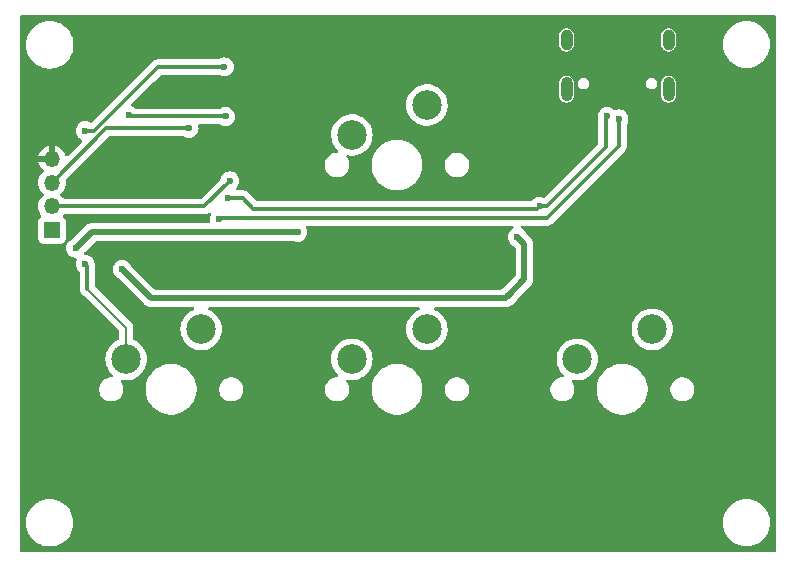
<source format=gbr>
%TF.GenerationSoftware,KiCad,Pcbnew,8.0.4-8.0.4-0~ubuntu20.04.1*%
%TF.CreationDate,2024-10-09T19:36:55+03:00*%
%TF.ProjectId,kbrd,6b627264-2e6b-4696-9361-645f70636258,rev?*%
%TF.SameCoordinates,Original*%
%TF.FileFunction,Copper,L2,Bot*%
%TF.FilePolarity,Positive*%
%FSLAX46Y46*%
G04 Gerber Fmt 4.6, Leading zero omitted, Abs format (unit mm)*
G04 Created by KiCad (PCBNEW 8.0.4-8.0.4-0~ubuntu20.04.1) date 2024-10-09 19:36:55*
%MOMM*%
%LPD*%
G01*
G04 APERTURE LIST*
%TA.AperFunction,ComponentPad*%
%ADD10C,2.500000*%
%TD*%
%TA.AperFunction,ComponentPad*%
%ADD11R,1.350000X1.350000*%
%TD*%
%TA.AperFunction,ComponentPad*%
%ADD12O,1.350000X1.350000*%
%TD*%
%TA.AperFunction,ComponentPad*%
%ADD13O,1.000000X2.100000*%
%TD*%
%TA.AperFunction,ComponentPad*%
%ADD14O,1.000000X1.800000*%
%TD*%
%TA.AperFunction,ViaPad*%
%ADD15C,0.600000*%
%TD*%
%TA.AperFunction,Conductor*%
%ADD16C,0.300000*%
%TD*%
%TA.AperFunction,Conductor*%
%ADD17C,0.200000*%
%TD*%
%TA.AperFunction,Conductor*%
%ADD18C,0.500000*%
%TD*%
G04 APERTURE END LIST*
D10*
%TO.P,SW3,1,A*%
%TO.N,/ROW2*%
X150990000Y-101760000D03*
%TO.P,SW3,2,B*%
%TO.N,Net-(D3-A)*%
X157340000Y-99220000D03*
%TD*%
%TO.P,SW2,1,A*%
%TO.N,/ROW2*%
X131880000Y-101760000D03*
%TO.P,SW2,2,B*%
%TO.N,Net-(D2-A)*%
X138230000Y-99220000D03*
%TD*%
%TO.P,SW1,1,A*%
%TO.N,/ROW1*%
X150990000Y-82760000D03*
%TO.P,SW1,2,B*%
%TO.N,Net-(D1-A)*%
X157340000Y-80220000D03*
%TD*%
%TO.P,SW4,1,A*%
%TO.N,/ROW2*%
X170070000Y-101760000D03*
%TO.P,SW4,2,B*%
%TO.N,Net-(D4-A)*%
X176420000Y-99220000D03*
%TD*%
D11*
%TO.P,J2,1,Pin_1*%
%TO.N,+3.3V*%
X125600000Y-90800000D03*
D12*
%TO.P,J2,2,Pin_2*%
%TO.N,/SWDIO*%
X125600000Y-88800000D03*
%TO.P,J2,3,Pin_3*%
%TO.N,/SWCLK*%
X125600000Y-86800000D03*
%TO.P,J2,4,Pin_4*%
%TO.N,GND*%
X125600000Y-84800000D03*
%TD*%
D13*
%TO.P,J1,S1,SHIELD*%
%TO.N,unconnected-(J1-SHIELD-PadS1)_1*%
X177800000Y-78900000D03*
D14*
%TO.N,unconnected-(J1-SHIELD-PadS1)_2*%
X177800000Y-74720000D03*
D13*
%TO.N,unconnected-(J1-SHIELD-PadS1)*%
X169160000Y-78900000D03*
D14*
%TO.N,unconnected-(J1-SHIELD-PadS1)_3*%
X169160000Y-74720000D03*
%TD*%
D15*
%TO.N,/SWCLK*%
X137200000Y-82200000D03*
%TO.N,/SWDIO*%
X140650000Y-86650000D03*
%TO.N,/ROW2*%
X128400000Y-93700000D03*
%TO.N,/COL2*%
X164200000Y-96400000D03*
X165000000Y-91400000D03*
X131550000Y-94150000D03*
%TO.N,/ROW1*%
X127600000Y-92351471D03*
X146400000Y-91000000D03*
%TO.N,/OSC_IN*%
X140287500Y-81200000D03*
X132100000Y-81100000D03*
%TO.N,/OSC_OUT*%
X140200000Y-77000000D03*
X128400000Y-82400000D03*
%TO.N,/PA11*%
X173600000Y-81400000D03*
X139750000Y-89850000D03*
%TO.N,GND*%
X178475000Y-91200000D03*
X127800000Y-89800000D03*
X140200000Y-92800000D03*
X135400000Y-94000000D03*
X176700000Y-81300000D03*
X169200000Y-81200000D03*
X143400000Y-81000000D03*
X179300000Y-88100000D03*
%TO.N,/PA12*%
X140500000Y-88100000D03*
X172600000Y-81200000D03*
X166875000Y-88800000D03*
%TD*%
D16*
%TO.N,/SWCLK*%
X137200000Y-82200000D02*
X130200000Y-82200000D01*
X130200000Y-82200000D02*
X125600000Y-86800000D01*
%TO.N,/SWDIO*%
X140650000Y-86650000D02*
X138500000Y-88800000D01*
X138500000Y-88800000D02*
X125600000Y-88800000D01*
D17*
%TO.N,/ROW2*%
X131880000Y-99080000D02*
X131880000Y-101760000D01*
D16*
X128600000Y-93900000D02*
X128600000Y-95800000D01*
D17*
X128600000Y-95800000D02*
X131880000Y-99080000D01*
X128400000Y-93700000D02*
X128600000Y-93900000D01*
D18*
%TO.N,/COL2*%
X131550000Y-94150000D02*
X134000000Y-96600000D01*
X165600000Y-95000000D02*
X165600000Y-92000000D01*
D17*
X164000000Y-96600000D02*
X164200000Y-96400000D01*
D18*
X164200000Y-96400000D02*
X165600000Y-95000000D01*
X134000000Y-96600000D02*
X164000000Y-96600000D01*
X165600000Y-92000000D02*
X165000000Y-91400000D01*
%TO.N,/ROW1*%
X127600000Y-92351471D02*
X128951471Y-91000000D01*
X128951471Y-91000000D02*
X146400000Y-91000000D01*
D16*
%TO.N,/OSC_IN*%
X132100000Y-81100000D02*
X132200000Y-81200000D01*
X132200000Y-81200000D02*
X140287500Y-81200000D01*
%TO.N,/OSC_OUT*%
X128400000Y-82400000D02*
X129151470Y-82400000D01*
X129151470Y-82400000D02*
X134551470Y-77000000D01*
X134551470Y-77000000D02*
X140200000Y-77000000D01*
%TO.N,/PA11*%
X167475000Y-89800000D02*
X173600000Y-83675000D01*
X173600000Y-83675000D02*
X173600000Y-81400000D01*
X139750000Y-89850000D02*
X139800000Y-89800000D01*
X139800000Y-89800000D02*
X167475000Y-89800000D01*
D17*
X173600000Y-81400000D02*
X173400000Y-81400000D01*
%TO.N,/PA12*%
X166675000Y-89000000D02*
X166875000Y-88800000D01*
D16*
X172475000Y-83800000D02*
X172475000Y-81325000D01*
X166875000Y-88800000D02*
X167475000Y-88800000D01*
X167475000Y-88800000D02*
X172475000Y-83800000D01*
X141748529Y-88100000D02*
X142648529Y-89000000D01*
X140500000Y-88100000D02*
X141748529Y-88100000D01*
X142648529Y-89000000D02*
X166675000Y-89000000D01*
D17*
X172475000Y-81325000D02*
X172600000Y-81200000D01*
%TD*%
%TA.AperFunction,Conductor*%
%TO.N,GND*%
G36*
X186842539Y-72620185D02*
G01*
X186888294Y-72672989D01*
X186899500Y-72724500D01*
X186899500Y-117975500D01*
X186879815Y-118042539D01*
X186827011Y-118088294D01*
X186775500Y-118099500D01*
X123024500Y-118099500D01*
X122957461Y-118079815D01*
X122911706Y-118027011D01*
X122900500Y-117975500D01*
X122900500Y-115599998D01*
X123394390Y-115599998D01*
X123394390Y-115600001D01*
X123414804Y-115885433D01*
X123475628Y-116165037D01*
X123475630Y-116165043D01*
X123475631Y-116165046D01*
X123574847Y-116431054D01*
X123575635Y-116433166D01*
X123712770Y-116684309D01*
X123712775Y-116684317D01*
X123884254Y-116913387D01*
X123884270Y-116913405D01*
X124086594Y-117115729D01*
X124086612Y-117115745D01*
X124315682Y-117287224D01*
X124315690Y-117287229D01*
X124566833Y-117424364D01*
X124566832Y-117424364D01*
X124566836Y-117424365D01*
X124566839Y-117424367D01*
X124834954Y-117524369D01*
X124834960Y-117524370D01*
X124834962Y-117524371D01*
X125114566Y-117585195D01*
X125114568Y-117585195D01*
X125114572Y-117585196D01*
X125368220Y-117603337D01*
X125399999Y-117605610D01*
X125400000Y-117605610D01*
X125400001Y-117605610D01*
X125428595Y-117603564D01*
X125685428Y-117585196D01*
X125708703Y-117580133D01*
X125965037Y-117524371D01*
X125965037Y-117524370D01*
X125965046Y-117524369D01*
X126233161Y-117424367D01*
X126484315Y-117287226D01*
X126713395Y-117115739D01*
X126915739Y-116913395D01*
X127087226Y-116684315D01*
X127224367Y-116433161D01*
X127324369Y-116165046D01*
X127364081Y-115982492D01*
X127385195Y-115885433D01*
X127385195Y-115885432D01*
X127385196Y-115885428D01*
X127405610Y-115600000D01*
X127405248Y-115594935D01*
X182394390Y-115594935D01*
X182394390Y-115594938D01*
X182414804Y-115880370D01*
X182475628Y-116159974D01*
X182475630Y-116159980D01*
X182475631Y-116159983D01*
X182528485Y-116301690D01*
X182575635Y-116428103D01*
X182712770Y-116679246D01*
X182712775Y-116679254D01*
X182884254Y-116908324D01*
X182884270Y-116908342D01*
X183086594Y-117110666D01*
X183086612Y-117110682D01*
X183315682Y-117282161D01*
X183315690Y-117282166D01*
X183566833Y-117419301D01*
X183566832Y-117419301D01*
X183566836Y-117419302D01*
X183566839Y-117419304D01*
X183834954Y-117519306D01*
X183834960Y-117519307D01*
X183834962Y-117519308D01*
X184114566Y-117580132D01*
X184114568Y-117580132D01*
X184114572Y-117580133D01*
X184368220Y-117598274D01*
X184399999Y-117600547D01*
X184400000Y-117600547D01*
X184400001Y-117600547D01*
X184428595Y-117598501D01*
X184685428Y-117580133D01*
X184965046Y-117519306D01*
X185233161Y-117419304D01*
X185484315Y-117282163D01*
X185713395Y-117110676D01*
X185915739Y-116908332D01*
X186087226Y-116679252D01*
X186224367Y-116428098D01*
X186324369Y-116159983D01*
X186324371Y-116159974D01*
X186385195Y-115880370D01*
X186385195Y-115880369D01*
X186385196Y-115880365D01*
X186405610Y-115594937D01*
X186385196Y-115309509D01*
X186365182Y-115217508D01*
X186324371Y-115029899D01*
X186324370Y-115029897D01*
X186324369Y-115029891D01*
X186224367Y-114761776D01*
X186177847Y-114676582D01*
X186087229Y-114510627D01*
X186087224Y-114510619D01*
X185915745Y-114281549D01*
X185915729Y-114281531D01*
X185713405Y-114079207D01*
X185713387Y-114079191D01*
X185484317Y-113907712D01*
X185484309Y-113907707D01*
X185233166Y-113770572D01*
X185233167Y-113770572D01*
X184978620Y-113675631D01*
X184965046Y-113670568D01*
X184965043Y-113670567D01*
X184965037Y-113670565D01*
X184685433Y-113609741D01*
X184400001Y-113589327D01*
X184399999Y-113589327D01*
X184114566Y-113609741D01*
X183834962Y-113670565D01*
X183566833Y-113770572D01*
X183315690Y-113907707D01*
X183315682Y-113907712D01*
X183086612Y-114079191D01*
X183086594Y-114079207D01*
X182884270Y-114281531D01*
X182884254Y-114281549D01*
X182712775Y-114510619D01*
X182712770Y-114510627D01*
X182575635Y-114761770D01*
X182475628Y-115029899D01*
X182414804Y-115309503D01*
X182394390Y-115594935D01*
X127405248Y-115594935D01*
X127385196Y-115314572D01*
X127384093Y-115309503D01*
X127324371Y-115034962D01*
X127324370Y-115034960D01*
X127324369Y-115034954D01*
X127224367Y-114766839D01*
X127221602Y-114761776D01*
X127087229Y-114515690D01*
X127087224Y-114515682D01*
X126915745Y-114286612D01*
X126915729Y-114286594D01*
X126713405Y-114084270D01*
X126713387Y-114084254D01*
X126484317Y-113912775D01*
X126484309Y-113912770D01*
X126233166Y-113775635D01*
X126233167Y-113775635D01*
X126125915Y-113735632D01*
X125965046Y-113675631D01*
X125965043Y-113675630D01*
X125965037Y-113675628D01*
X125685433Y-113614804D01*
X125400001Y-113594390D01*
X125399999Y-113594390D01*
X125114566Y-113614804D01*
X124834962Y-113675628D01*
X124566833Y-113775635D01*
X124315690Y-113912770D01*
X124315682Y-113912775D01*
X124086612Y-114084254D01*
X124086594Y-114084270D01*
X123884270Y-114286594D01*
X123884254Y-114286612D01*
X123712775Y-114515682D01*
X123712770Y-114515690D01*
X123575635Y-114766833D01*
X123475628Y-115034962D01*
X123414804Y-115314566D01*
X123394390Y-115599998D01*
X122900500Y-115599998D01*
X122900500Y-86799999D01*
X124419464Y-86799999D01*
X124419464Y-86800000D01*
X124439564Y-87016918D01*
X124439564Y-87016920D01*
X124439565Y-87016923D01*
X124478072Y-87152262D01*
X124499184Y-87226462D01*
X124596288Y-87421472D01*
X124727574Y-87595324D01*
X124851572Y-87708363D01*
X124887854Y-87768074D01*
X124886093Y-87837922D01*
X124851572Y-87891637D01*
X124727574Y-88004675D01*
X124596288Y-88178527D01*
X124499184Y-88373537D01*
X124499183Y-88373541D01*
X124443140Y-88570514D01*
X124439564Y-88583081D01*
X124419464Y-88799999D01*
X124419464Y-88800000D01*
X124439564Y-89016918D01*
X124439564Y-89016920D01*
X124439565Y-89016923D01*
X124497398Y-89220184D01*
X124499184Y-89226462D01*
X124570032Y-89368743D01*
X124596288Y-89421472D01*
X124655950Y-89500478D01*
X124677747Y-89529341D01*
X124702439Y-89594702D01*
X124687874Y-89663037D01*
X124653105Y-89703334D01*
X124567452Y-89767455D01*
X124481206Y-89882664D01*
X124481202Y-89882671D01*
X124430908Y-90017517D01*
X124424501Y-90077116D01*
X124424501Y-90077123D01*
X124424500Y-90077135D01*
X124424500Y-91522870D01*
X124424501Y-91522876D01*
X124430908Y-91582483D01*
X124481202Y-91717328D01*
X124481206Y-91717335D01*
X124567452Y-91832544D01*
X124567455Y-91832547D01*
X124682664Y-91918793D01*
X124682671Y-91918797D01*
X124817517Y-91969091D01*
X124817516Y-91969091D01*
X124824444Y-91969835D01*
X124877127Y-91975500D01*
X126322872Y-91975499D01*
X126382483Y-91969091D01*
X126517331Y-91918796D01*
X126632546Y-91832546D01*
X126718796Y-91717331D01*
X126769091Y-91582483D01*
X126775500Y-91522873D01*
X126775499Y-90077128D01*
X126769091Y-90017517D01*
X126718796Y-89882669D01*
X126718795Y-89882668D01*
X126718793Y-89882664D01*
X126632547Y-89767455D01*
X126546894Y-89703334D01*
X126505024Y-89647400D01*
X126500040Y-89577708D01*
X126522249Y-89529345D01*
X126544583Y-89499771D01*
X126600690Y-89458137D01*
X126643535Y-89450500D01*
X138564071Y-89450500D01*
X138648615Y-89433682D01*
X138689744Y-89425501D01*
X138808127Y-89376465D01*
X138819724Y-89368716D01*
X138838329Y-89356284D01*
X138905002Y-89335409D01*
X138972382Y-89353894D01*
X139019072Y-89405873D01*
X139030248Y-89474843D01*
X139024257Y-89500343D01*
X138964632Y-89670742D01*
X138964630Y-89670750D01*
X138944435Y-89849996D01*
X138944435Y-89850003D01*
X138964630Y-90029249D01*
X138964633Y-90029262D01*
X138983978Y-90084545D01*
X138987540Y-90154324D01*
X138952812Y-90214951D01*
X138890818Y-90247179D01*
X138866937Y-90249500D01*
X128877547Y-90249500D01*
X128848713Y-90255234D01*
X128848714Y-90255235D01*
X128732564Y-90278339D01*
X128732560Y-90278340D01*
X128667533Y-90305276D01*
X128595978Y-90334914D01*
X128595969Y-90334919D01*
X128517573Y-90387303D01*
X128473057Y-90417047D01*
X128473053Y-90417050D01*
X127291937Y-91598164D01*
X127255873Y-91620841D01*
X127256750Y-91622662D01*
X127250475Y-91625683D01*
X127097737Y-91721655D01*
X126970184Y-91849208D01*
X126874211Y-92001947D01*
X126814631Y-92172216D01*
X126814630Y-92172221D01*
X126794435Y-92351467D01*
X126794435Y-92351474D01*
X126814630Y-92530720D01*
X126814631Y-92530725D01*
X126874211Y-92700994D01*
X126943502Y-92811269D01*
X126970184Y-92853733D01*
X127097738Y-92981287D01*
X127188080Y-93038053D01*
X127239216Y-93070184D01*
X127250478Y-93077260D01*
X127341020Y-93108942D01*
X127420745Y-93136839D01*
X127420750Y-93136840D01*
X127586710Y-93155539D01*
X127651124Y-93182605D01*
X127690679Y-93240200D01*
X127692817Y-93310037D01*
X127677824Y-93344726D01*
X127674212Y-93350474D01*
X127614631Y-93520745D01*
X127614630Y-93520750D01*
X127594435Y-93699996D01*
X127594435Y-93700003D01*
X127614630Y-93879249D01*
X127614631Y-93879254D01*
X127674211Y-94049523D01*
X127737347Y-94150003D01*
X127770184Y-94202262D01*
X127897738Y-94329816D01*
X127897742Y-94329819D01*
X127902809Y-94333859D01*
X127942952Y-94391046D01*
X127949500Y-94430809D01*
X127949500Y-95864069D01*
X127949500Y-95864071D01*
X127949499Y-95864071D01*
X127974497Y-95989738D01*
X127974499Y-95989744D01*
X128023533Y-96108124D01*
X128023538Y-96108133D01*
X128094723Y-96214668D01*
X128094726Y-96214672D01*
X128185327Y-96305273D01*
X128185331Y-96305276D01*
X128291866Y-96376461D01*
X128291873Y-96376465D01*
X128329444Y-96392027D01*
X128369672Y-96418907D01*
X131243181Y-99292416D01*
X131276666Y-99353739D01*
X131279500Y-99380097D01*
X131279500Y-100028363D01*
X131259815Y-100095402D01*
X131209302Y-100140083D01*
X131002300Y-100239769D01*
X130785520Y-100387567D01*
X130593198Y-100566014D01*
X130429614Y-100771143D01*
X130298432Y-100998356D01*
X130202582Y-101242578D01*
X130202576Y-101242597D01*
X130144197Y-101498374D01*
X130144196Y-101498379D01*
X130124592Y-101759995D01*
X130124592Y-101760004D01*
X130144196Y-102021620D01*
X130144197Y-102021625D01*
X130202576Y-102277402D01*
X130202578Y-102277411D01*
X130202580Y-102277416D01*
X130298432Y-102521643D01*
X130429614Y-102748857D01*
X130533423Y-102879029D01*
X130593198Y-102953985D01*
X130707027Y-103059601D01*
X130742782Y-103119629D01*
X130740407Y-103189458D01*
X130700657Y-103246919D01*
X130636151Y-103273767D01*
X130622686Y-103274500D01*
X130508992Y-103274500D01*
X130310880Y-103313907D01*
X130310872Y-103313909D01*
X130124247Y-103391212D01*
X130124237Y-103391217D01*
X129956281Y-103503441D01*
X129813441Y-103646281D01*
X129701217Y-103814237D01*
X129701212Y-103814247D01*
X129623909Y-104000872D01*
X129623907Y-104000880D01*
X129584500Y-104198992D01*
X129584500Y-104401007D01*
X129623907Y-104599119D01*
X129623909Y-104599127D01*
X129701212Y-104785752D01*
X129701217Y-104785762D01*
X129813441Y-104953718D01*
X129956281Y-105096558D01*
X130124237Y-105208782D01*
X130124241Y-105208784D01*
X130124244Y-105208786D01*
X130310873Y-105286091D01*
X130508992Y-105325499D01*
X130508996Y-105325500D01*
X130508997Y-105325500D01*
X130711004Y-105325500D01*
X130711005Y-105325499D01*
X130909127Y-105286091D01*
X131095756Y-105208786D01*
X131263718Y-105096558D01*
X131406558Y-104953718D01*
X131518786Y-104785756D01*
X131596091Y-104599127D01*
X131635500Y-104401003D01*
X131635500Y-104198997D01*
X131627552Y-104159041D01*
X133539500Y-104159041D01*
X133539500Y-104440958D01*
X133576295Y-104720439D01*
X133649259Y-104992743D01*
X133757135Y-105253179D01*
X133757140Y-105253190D01*
X133898083Y-105497309D01*
X133898088Y-105497317D01*
X134069700Y-105720965D01*
X134069704Y-105720970D01*
X134269029Y-105920295D01*
X134269033Y-105920298D01*
X134269035Y-105920300D01*
X134492683Y-106091912D01*
X134492690Y-106091916D01*
X134736809Y-106232859D01*
X134736814Y-106232861D01*
X134736817Y-106232863D01*
X134997261Y-106340742D01*
X135269558Y-106413704D01*
X135549049Y-106450500D01*
X135549056Y-106450500D01*
X135830944Y-106450500D01*
X135830951Y-106450500D01*
X136110442Y-106413704D01*
X136382739Y-106340742D01*
X136643183Y-106232863D01*
X136887317Y-106091912D01*
X137110965Y-105920300D01*
X137310300Y-105720965D01*
X137481912Y-105497317D01*
X137622863Y-105253183D01*
X137730742Y-104992739D01*
X137803704Y-104720442D01*
X137840500Y-104440951D01*
X137840500Y-104198992D01*
X139744500Y-104198992D01*
X139744500Y-104401007D01*
X139783907Y-104599119D01*
X139783909Y-104599127D01*
X139861212Y-104785752D01*
X139861217Y-104785762D01*
X139973441Y-104953718D01*
X140116281Y-105096558D01*
X140284237Y-105208782D01*
X140284241Y-105208784D01*
X140284244Y-105208786D01*
X140470873Y-105286091D01*
X140668992Y-105325499D01*
X140668996Y-105325500D01*
X140668997Y-105325500D01*
X140871004Y-105325500D01*
X140871005Y-105325499D01*
X141069127Y-105286091D01*
X141255756Y-105208786D01*
X141423718Y-105096558D01*
X141566558Y-104953718D01*
X141678786Y-104785756D01*
X141756091Y-104599127D01*
X141795500Y-104401003D01*
X141795500Y-104198997D01*
X141795499Y-104198992D01*
X148694500Y-104198992D01*
X148694500Y-104401007D01*
X148733907Y-104599119D01*
X148733909Y-104599127D01*
X148811212Y-104785752D01*
X148811217Y-104785762D01*
X148923441Y-104953718D01*
X149066281Y-105096558D01*
X149234237Y-105208782D01*
X149234241Y-105208784D01*
X149234244Y-105208786D01*
X149420873Y-105286091D01*
X149618992Y-105325499D01*
X149618996Y-105325500D01*
X149618997Y-105325500D01*
X149821004Y-105325500D01*
X149821005Y-105325499D01*
X150019127Y-105286091D01*
X150205756Y-105208786D01*
X150373718Y-105096558D01*
X150516558Y-104953718D01*
X150628786Y-104785756D01*
X150706091Y-104599127D01*
X150745500Y-104401003D01*
X150745500Y-104198997D01*
X150737552Y-104159041D01*
X152649500Y-104159041D01*
X152649500Y-104440958D01*
X152686295Y-104720439D01*
X152759259Y-104992743D01*
X152867135Y-105253179D01*
X152867140Y-105253190D01*
X153008083Y-105497309D01*
X153008088Y-105497317D01*
X153179700Y-105720965D01*
X153179704Y-105720970D01*
X153379029Y-105920295D01*
X153379033Y-105920298D01*
X153379035Y-105920300D01*
X153602683Y-106091912D01*
X153602690Y-106091916D01*
X153846809Y-106232859D01*
X153846814Y-106232861D01*
X153846817Y-106232863D01*
X154107261Y-106340742D01*
X154379558Y-106413704D01*
X154659049Y-106450500D01*
X154659056Y-106450500D01*
X154940944Y-106450500D01*
X154940951Y-106450500D01*
X155220442Y-106413704D01*
X155492739Y-106340742D01*
X155753183Y-106232863D01*
X155997317Y-106091912D01*
X156220965Y-105920300D01*
X156420300Y-105720965D01*
X156591912Y-105497317D01*
X156732863Y-105253183D01*
X156840742Y-104992739D01*
X156913704Y-104720442D01*
X156950500Y-104440951D01*
X156950500Y-104198992D01*
X158854500Y-104198992D01*
X158854500Y-104401007D01*
X158893907Y-104599119D01*
X158893909Y-104599127D01*
X158971212Y-104785752D01*
X158971217Y-104785762D01*
X159083441Y-104953718D01*
X159226281Y-105096558D01*
X159394237Y-105208782D01*
X159394241Y-105208784D01*
X159394244Y-105208786D01*
X159580873Y-105286091D01*
X159778992Y-105325499D01*
X159778996Y-105325500D01*
X159778997Y-105325500D01*
X159981004Y-105325500D01*
X159981005Y-105325499D01*
X160179127Y-105286091D01*
X160365756Y-105208786D01*
X160533718Y-105096558D01*
X160676558Y-104953718D01*
X160788786Y-104785756D01*
X160866091Y-104599127D01*
X160905500Y-104401003D01*
X160905500Y-104198997D01*
X160905499Y-104198992D01*
X167774500Y-104198992D01*
X167774500Y-104401007D01*
X167813907Y-104599119D01*
X167813909Y-104599127D01*
X167891212Y-104785752D01*
X167891217Y-104785762D01*
X168003441Y-104953718D01*
X168146281Y-105096558D01*
X168314237Y-105208782D01*
X168314241Y-105208784D01*
X168314244Y-105208786D01*
X168500873Y-105286091D01*
X168698992Y-105325499D01*
X168698996Y-105325500D01*
X168698997Y-105325500D01*
X168901004Y-105325500D01*
X168901005Y-105325499D01*
X169099127Y-105286091D01*
X169285756Y-105208786D01*
X169453718Y-105096558D01*
X169596558Y-104953718D01*
X169708786Y-104785756D01*
X169786091Y-104599127D01*
X169825500Y-104401003D01*
X169825500Y-104198997D01*
X169817552Y-104159041D01*
X171729500Y-104159041D01*
X171729500Y-104440958D01*
X171766295Y-104720439D01*
X171839259Y-104992743D01*
X171947135Y-105253179D01*
X171947140Y-105253190D01*
X172088083Y-105497309D01*
X172088088Y-105497317D01*
X172259700Y-105720965D01*
X172259704Y-105720970D01*
X172459029Y-105920295D01*
X172459033Y-105920298D01*
X172459035Y-105920300D01*
X172682683Y-106091912D01*
X172682690Y-106091916D01*
X172926809Y-106232859D01*
X172926814Y-106232861D01*
X172926817Y-106232863D01*
X173187261Y-106340742D01*
X173459558Y-106413704D01*
X173739049Y-106450500D01*
X173739056Y-106450500D01*
X174020944Y-106450500D01*
X174020951Y-106450500D01*
X174300442Y-106413704D01*
X174572739Y-106340742D01*
X174833183Y-106232863D01*
X175077317Y-106091912D01*
X175300965Y-105920300D01*
X175500300Y-105720965D01*
X175671912Y-105497317D01*
X175812863Y-105253183D01*
X175920742Y-104992739D01*
X175993704Y-104720442D01*
X176030500Y-104440951D01*
X176030500Y-104198992D01*
X177934500Y-104198992D01*
X177934500Y-104401007D01*
X177973907Y-104599119D01*
X177973909Y-104599127D01*
X178051212Y-104785752D01*
X178051217Y-104785762D01*
X178163441Y-104953718D01*
X178306281Y-105096558D01*
X178474237Y-105208782D01*
X178474241Y-105208784D01*
X178474244Y-105208786D01*
X178660873Y-105286091D01*
X178858992Y-105325499D01*
X178858996Y-105325500D01*
X178858997Y-105325500D01*
X179061004Y-105325500D01*
X179061005Y-105325499D01*
X179259127Y-105286091D01*
X179445756Y-105208786D01*
X179613718Y-105096558D01*
X179756558Y-104953718D01*
X179868786Y-104785756D01*
X179946091Y-104599127D01*
X179985500Y-104401003D01*
X179985500Y-104198997D01*
X179946091Y-104000873D01*
X179868786Y-103814244D01*
X179868784Y-103814241D01*
X179868782Y-103814237D01*
X179756558Y-103646281D01*
X179613718Y-103503441D01*
X179445762Y-103391217D01*
X179445752Y-103391212D01*
X179259127Y-103313909D01*
X179259119Y-103313907D01*
X179061007Y-103274500D01*
X179061003Y-103274500D01*
X178858997Y-103274500D01*
X178858992Y-103274500D01*
X178660880Y-103313907D01*
X178660872Y-103313909D01*
X178474247Y-103391212D01*
X178474237Y-103391217D01*
X178306281Y-103503441D01*
X178163441Y-103646281D01*
X178051217Y-103814237D01*
X178051212Y-103814247D01*
X177973909Y-104000872D01*
X177973907Y-104000880D01*
X177934500Y-104198992D01*
X176030500Y-104198992D01*
X176030500Y-104159049D01*
X175993704Y-103879558D01*
X175920742Y-103607261D01*
X175919631Y-103604580D01*
X175877739Y-103503442D01*
X175812863Y-103346817D01*
X175812861Y-103346814D01*
X175812859Y-103346809D01*
X175671916Y-103102690D01*
X175671912Y-103102683D01*
X175500300Y-102879035D01*
X175500298Y-102879033D01*
X175500295Y-102879029D01*
X175300970Y-102679704D01*
X175300965Y-102679700D01*
X175077317Y-102508088D01*
X175077311Y-102508084D01*
X175077309Y-102508083D01*
X174833190Y-102367140D01*
X174833179Y-102367135D01*
X174572743Y-102259259D01*
X174300439Y-102186295D01*
X174020958Y-102149500D01*
X174020951Y-102149500D01*
X173739049Y-102149500D01*
X173739041Y-102149500D01*
X173459560Y-102186295D01*
X173187256Y-102259259D01*
X172926820Y-102367135D01*
X172926809Y-102367140D01*
X172682690Y-102508083D01*
X172682682Y-102508089D01*
X172459029Y-102679704D01*
X172259704Y-102879029D01*
X172088089Y-103102682D01*
X172088083Y-103102690D01*
X171947140Y-103346809D01*
X171947135Y-103346820D01*
X171839259Y-103607256D01*
X171766295Y-103879560D01*
X171729500Y-104159041D01*
X169817552Y-104159041D01*
X169786091Y-104000873D01*
X169708786Y-103814244D01*
X169708783Y-103814239D01*
X169708779Y-103814232D01*
X169613247Y-103671257D01*
X169592369Y-103604580D01*
X169610854Y-103537200D01*
X169662833Y-103490510D01*
X169731803Y-103479334D01*
X169734717Y-103479736D01*
X169938818Y-103510500D01*
X170201182Y-103510500D01*
X170460615Y-103471396D01*
X170711323Y-103394063D01*
X170947704Y-103280228D01*
X171164479Y-103132433D01*
X171356805Y-102953981D01*
X171520386Y-102748857D01*
X171651568Y-102521643D01*
X171747420Y-102277416D01*
X171805802Y-102021630D01*
X171825408Y-101760000D01*
X171805802Y-101498370D01*
X171747420Y-101242584D01*
X171651568Y-100998357D01*
X171520386Y-100771143D01*
X171356805Y-100566019D01*
X171356804Y-100566018D01*
X171356801Y-100566014D01*
X171164479Y-100387567D01*
X170947704Y-100239772D01*
X170947698Y-100239769D01*
X170947697Y-100239768D01*
X170947696Y-100239767D01*
X170711325Y-100125938D01*
X170711327Y-100125938D01*
X170460623Y-100048606D01*
X170460619Y-100048605D01*
X170460615Y-100048604D01*
X170335823Y-100029794D01*
X170201187Y-100009500D01*
X170201182Y-100009500D01*
X169938818Y-100009500D01*
X169938812Y-100009500D01*
X169777247Y-100033853D01*
X169679385Y-100048604D01*
X169679382Y-100048605D01*
X169679376Y-100048606D01*
X169428673Y-100125938D01*
X169192303Y-100239767D01*
X169192302Y-100239768D01*
X168975520Y-100387567D01*
X168783198Y-100566014D01*
X168619614Y-100771143D01*
X168488432Y-100998356D01*
X168392582Y-101242578D01*
X168392576Y-101242597D01*
X168334197Y-101498374D01*
X168334196Y-101498379D01*
X168314592Y-101759995D01*
X168314592Y-101760004D01*
X168334196Y-102021620D01*
X168334197Y-102021625D01*
X168392576Y-102277402D01*
X168392578Y-102277411D01*
X168392580Y-102277416D01*
X168488432Y-102521643D01*
X168619614Y-102748857D01*
X168723423Y-102879029D01*
X168783198Y-102953985D01*
X168897027Y-103059601D01*
X168932782Y-103119629D01*
X168930407Y-103189458D01*
X168890657Y-103246919D01*
X168826151Y-103273767D01*
X168812686Y-103274500D01*
X168698992Y-103274500D01*
X168500880Y-103313907D01*
X168500872Y-103313909D01*
X168314247Y-103391212D01*
X168314237Y-103391217D01*
X168146281Y-103503441D01*
X168003441Y-103646281D01*
X167891217Y-103814237D01*
X167891212Y-103814247D01*
X167813909Y-104000872D01*
X167813907Y-104000880D01*
X167774500Y-104198992D01*
X160905499Y-104198992D01*
X160866091Y-104000873D01*
X160788786Y-103814244D01*
X160788784Y-103814241D01*
X160788782Y-103814237D01*
X160676558Y-103646281D01*
X160533718Y-103503441D01*
X160365762Y-103391217D01*
X160365752Y-103391212D01*
X160179127Y-103313909D01*
X160179119Y-103313907D01*
X159981007Y-103274500D01*
X159981003Y-103274500D01*
X159778997Y-103274500D01*
X159778992Y-103274500D01*
X159580880Y-103313907D01*
X159580872Y-103313909D01*
X159394247Y-103391212D01*
X159394237Y-103391217D01*
X159226281Y-103503441D01*
X159083441Y-103646281D01*
X158971217Y-103814237D01*
X158971212Y-103814247D01*
X158893909Y-104000872D01*
X158893907Y-104000880D01*
X158854500Y-104198992D01*
X156950500Y-104198992D01*
X156950500Y-104159049D01*
X156913704Y-103879558D01*
X156840742Y-103607261D01*
X156839631Y-103604580D01*
X156797739Y-103503442D01*
X156732863Y-103346817D01*
X156732861Y-103346814D01*
X156732859Y-103346809D01*
X156591916Y-103102690D01*
X156591912Y-103102683D01*
X156420300Y-102879035D01*
X156420298Y-102879033D01*
X156420295Y-102879029D01*
X156220970Y-102679704D01*
X156220965Y-102679700D01*
X155997317Y-102508088D01*
X155997311Y-102508084D01*
X155997309Y-102508083D01*
X155753190Y-102367140D01*
X155753179Y-102367135D01*
X155492743Y-102259259D01*
X155220439Y-102186295D01*
X154940958Y-102149500D01*
X154940951Y-102149500D01*
X154659049Y-102149500D01*
X154659041Y-102149500D01*
X154379560Y-102186295D01*
X154107256Y-102259259D01*
X153846820Y-102367135D01*
X153846809Y-102367140D01*
X153602690Y-102508083D01*
X153602682Y-102508089D01*
X153379029Y-102679704D01*
X153179704Y-102879029D01*
X153008089Y-103102682D01*
X153008083Y-103102690D01*
X152867140Y-103346809D01*
X152867135Y-103346820D01*
X152759259Y-103607256D01*
X152686295Y-103879560D01*
X152649500Y-104159041D01*
X150737552Y-104159041D01*
X150706091Y-104000873D01*
X150628786Y-103814244D01*
X150628783Y-103814239D01*
X150628779Y-103814232D01*
X150533247Y-103671257D01*
X150512369Y-103604580D01*
X150530854Y-103537200D01*
X150582833Y-103490510D01*
X150651803Y-103479334D01*
X150654717Y-103479736D01*
X150858818Y-103510500D01*
X151121182Y-103510500D01*
X151380615Y-103471396D01*
X151631323Y-103394063D01*
X151867704Y-103280228D01*
X152084479Y-103132433D01*
X152276805Y-102953981D01*
X152440386Y-102748857D01*
X152571568Y-102521643D01*
X152667420Y-102277416D01*
X152725802Y-102021630D01*
X152745408Y-101760000D01*
X152725802Y-101498370D01*
X152667420Y-101242584D01*
X152571568Y-100998357D01*
X152440386Y-100771143D01*
X152276805Y-100566019D01*
X152276804Y-100566018D01*
X152276801Y-100566014D01*
X152084479Y-100387567D01*
X151867704Y-100239772D01*
X151867698Y-100239769D01*
X151867697Y-100239768D01*
X151867696Y-100239767D01*
X151631325Y-100125938D01*
X151631327Y-100125938D01*
X151380623Y-100048606D01*
X151380619Y-100048605D01*
X151380615Y-100048604D01*
X151255823Y-100029794D01*
X151121187Y-100009500D01*
X151121182Y-100009500D01*
X150858818Y-100009500D01*
X150858812Y-100009500D01*
X150697247Y-100033853D01*
X150599385Y-100048604D01*
X150599382Y-100048605D01*
X150599376Y-100048606D01*
X150348673Y-100125938D01*
X150112303Y-100239767D01*
X150112302Y-100239768D01*
X149895520Y-100387567D01*
X149703198Y-100566014D01*
X149539614Y-100771143D01*
X149408432Y-100998356D01*
X149312582Y-101242578D01*
X149312576Y-101242597D01*
X149254197Y-101498374D01*
X149254196Y-101498379D01*
X149234592Y-101759995D01*
X149234592Y-101760004D01*
X149254196Y-102021620D01*
X149254197Y-102021625D01*
X149312576Y-102277402D01*
X149312578Y-102277411D01*
X149312580Y-102277416D01*
X149408432Y-102521643D01*
X149539614Y-102748857D01*
X149643423Y-102879029D01*
X149703198Y-102953985D01*
X149817027Y-103059601D01*
X149852782Y-103119629D01*
X149850407Y-103189458D01*
X149810657Y-103246919D01*
X149746151Y-103273767D01*
X149732686Y-103274500D01*
X149618992Y-103274500D01*
X149420880Y-103313907D01*
X149420872Y-103313909D01*
X149234247Y-103391212D01*
X149234237Y-103391217D01*
X149066281Y-103503441D01*
X148923441Y-103646281D01*
X148811217Y-103814237D01*
X148811212Y-103814247D01*
X148733909Y-104000872D01*
X148733907Y-104000880D01*
X148694500Y-104198992D01*
X141795499Y-104198992D01*
X141756091Y-104000873D01*
X141678786Y-103814244D01*
X141678784Y-103814241D01*
X141678782Y-103814237D01*
X141566558Y-103646281D01*
X141423718Y-103503441D01*
X141255762Y-103391217D01*
X141255752Y-103391212D01*
X141069127Y-103313909D01*
X141069119Y-103313907D01*
X140871007Y-103274500D01*
X140871003Y-103274500D01*
X140668997Y-103274500D01*
X140668992Y-103274500D01*
X140470880Y-103313907D01*
X140470872Y-103313909D01*
X140284247Y-103391212D01*
X140284237Y-103391217D01*
X140116281Y-103503441D01*
X139973441Y-103646281D01*
X139861217Y-103814237D01*
X139861212Y-103814247D01*
X139783909Y-104000872D01*
X139783907Y-104000880D01*
X139744500Y-104198992D01*
X137840500Y-104198992D01*
X137840500Y-104159049D01*
X137803704Y-103879558D01*
X137730742Y-103607261D01*
X137729631Y-103604580D01*
X137687739Y-103503442D01*
X137622863Y-103346817D01*
X137622861Y-103346814D01*
X137622859Y-103346809D01*
X137481916Y-103102690D01*
X137481912Y-103102683D01*
X137310300Y-102879035D01*
X137310298Y-102879033D01*
X137310295Y-102879029D01*
X137110970Y-102679704D01*
X137110965Y-102679700D01*
X136887317Y-102508088D01*
X136887311Y-102508084D01*
X136887309Y-102508083D01*
X136643190Y-102367140D01*
X136643179Y-102367135D01*
X136382743Y-102259259D01*
X136110439Y-102186295D01*
X135830958Y-102149500D01*
X135830951Y-102149500D01*
X135549049Y-102149500D01*
X135549041Y-102149500D01*
X135269560Y-102186295D01*
X134997256Y-102259259D01*
X134736820Y-102367135D01*
X134736809Y-102367140D01*
X134492690Y-102508083D01*
X134492682Y-102508089D01*
X134269029Y-102679704D01*
X134069704Y-102879029D01*
X133898089Y-103102682D01*
X133898083Y-103102690D01*
X133757140Y-103346809D01*
X133757135Y-103346820D01*
X133649259Y-103607256D01*
X133576295Y-103879560D01*
X133539500Y-104159041D01*
X131627552Y-104159041D01*
X131596091Y-104000873D01*
X131518786Y-103814244D01*
X131518783Y-103814239D01*
X131518779Y-103814232D01*
X131423247Y-103671257D01*
X131402369Y-103604580D01*
X131420854Y-103537200D01*
X131472833Y-103490510D01*
X131541803Y-103479334D01*
X131544717Y-103479736D01*
X131748818Y-103510500D01*
X132011182Y-103510500D01*
X132270615Y-103471396D01*
X132521323Y-103394063D01*
X132757704Y-103280228D01*
X132974479Y-103132433D01*
X133166805Y-102953981D01*
X133330386Y-102748857D01*
X133461568Y-102521643D01*
X133557420Y-102277416D01*
X133615802Y-102021630D01*
X133635408Y-101760000D01*
X133615802Y-101498370D01*
X133557420Y-101242584D01*
X133461568Y-100998357D01*
X133330386Y-100771143D01*
X133166805Y-100566019D01*
X133166804Y-100566018D01*
X133166801Y-100566014D01*
X132974479Y-100387567D01*
X132757704Y-100239772D01*
X132757701Y-100239771D01*
X132757699Y-100239769D01*
X132550698Y-100140083D01*
X132498839Y-100093261D01*
X132480500Y-100028363D01*
X132480500Y-99000945D01*
X132480500Y-99000943D01*
X132439577Y-98848216D01*
X132439573Y-98848209D01*
X132360524Y-98711290D01*
X132360521Y-98711286D01*
X132360520Y-98711284D01*
X132248716Y-98599480D01*
X132248715Y-98599479D01*
X132244385Y-98595149D01*
X132244374Y-98595139D01*
X129286819Y-95637584D01*
X129253334Y-95576261D01*
X129250500Y-95549903D01*
X129250500Y-93835928D01*
X129225502Y-93710261D01*
X129225501Y-93710260D01*
X129225501Y-93710256D01*
X129206399Y-93664140D01*
X129197743Y-93630586D01*
X129185368Y-93520745D01*
X129125789Y-93350478D01*
X129125786Y-93350474D01*
X129086582Y-93288080D01*
X129029816Y-93197738D01*
X128902262Y-93070184D01*
X128749523Y-92974211D01*
X128579254Y-92914631D01*
X128579250Y-92914630D01*
X128413287Y-92895931D01*
X128348873Y-92868864D01*
X128309318Y-92811269D01*
X128307181Y-92741432D01*
X128322178Y-92706739D01*
X128325789Y-92700993D01*
X128325791Y-92700988D01*
X128328810Y-92694719D01*
X128330650Y-92695605D01*
X128353305Y-92659532D01*
X129226019Y-91786819D01*
X129287342Y-91753334D01*
X129313700Y-91750500D01*
X146100028Y-91750500D01*
X146140983Y-91757458D01*
X146220745Y-91785368D01*
X146220750Y-91785369D01*
X146399996Y-91805565D01*
X146400000Y-91805565D01*
X146400004Y-91805565D01*
X146579249Y-91785369D01*
X146579252Y-91785368D01*
X146579255Y-91785368D01*
X146749522Y-91725789D01*
X146902262Y-91629816D01*
X147029816Y-91502262D01*
X147125789Y-91349522D01*
X147185368Y-91179255D01*
X147205565Y-91000000D01*
X147185368Y-90820745D01*
X147125789Y-90650478D01*
X147125788Y-90650475D01*
X147119503Y-90640473D01*
X147100502Y-90573236D01*
X147120869Y-90506401D01*
X147174137Y-90461186D01*
X147224496Y-90450500D01*
X164576098Y-90450500D01*
X164643137Y-90470185D01*
X164688892Y-90522989D01*
X164698836Y-90592147D01*
X164669811Y-90655703D01*
X164642070Y-90679494D01*
X164497737Y-90770184D01*
X164370184Y-90897737D01*
X164274211Y-91050476D01*
X164214631Y-91220745D01*
X164214630Y-91220750D01*
X164194435Y-91399996D01*
X164194435Y-91400003D01*
X164214630Y-91579249D01*
X164214631Y-91579254D01*
X164274211Y-91749523D01*
X164370184Y-91902262D01*
X164497738Y-92029816D01*
X164650478Y-92125789D01*
X164650483Y-92125792D01*
X164656753Y-92128812D01*
X164655870Y-92130643D01*
X164691937Y-92153305D01*
X164813182Y-92274549D01*
X164846666Y-92335870D01*
X164849500Y-92362229D01*
X164849500Y-94637769D01*
X164829815Y-94704808D01*
X164813181Y-94725450D01*
X163891937Y-95646693D01*
X163855876Y-95669362D01*
X163856756Y-95671188D01*
X163850478Y-95674211D01*
X163697737Y-95770184D01*
X163654741Y-95813181D01*
X163593418Y-95846666D01*
X163567060Y-95849500D01*
X134362229Y-95849500D01*
X134295190Y-95829815D01*
X134274548Y-95813181D01*
X133337156Y-94875789D01*
X132303305Y-93841937D01*
X132280656Y-93805864D01*
X132278812Y-93806753D01*
X132275792Y-93800483D01*
X132219102Y-93710261D01*
X132179816Y-93647738D01*
X132052262Y-93520184D01*
X131899523Y-93424211D01*
X131729254Y-93364631D01*
X131729249Y-93364630D01*
X131550004Y-93344435D01*
X131549996Y-93344435D01*
X131370750Y-93364630D01*
X131370745Y-93364631D01*
X131200476Y-93424211D01*
X131047737Y-93520184D01*
X130920184Y-93647737D01*
X130824211Y-93800476D01*
X130764631Y-93970745D01*
X130764630Y-93970750D01*
X130744435Y-94149996D01*
X130744435Y-94150003D01*
X130764630Y-94329249D01*
X130764631Y-94329254D01*
X130824211Y-94499523D01*
X130911077Y-94637769D01*
X130920184Y-94652262D01*
X131047738Y-94779816D01*
X131200478Y-94875789D01*
X131200483Y-94875792D01*
X131206753Y-94878812D01*
X131205864Y-94880656D01*
X131241937Y-94903305D01*
X133417049Y-97078416D01*
X133471927Y-97133294D01*
X133521585Y-97182952D01*
X133644498Y-97265080D01*
X133644511Y-97265087D01*
X133781082Y-97321656D01*
X133781087Y-97321658D01*
X133781091Y-97321658D01*
X133781092Y-97321659D01*
X133926079Y-97350500D01*
X137534288Y-97350500D01*
X137601327Y-97370185D01*
X137647082Y-97422989D01*
X137657026Y-97492147D01*
X137628001Y-97555703D01*
X137588089Y-97586220D01*
X137352303Y-97699767D01*
X137352302Y-97699768D01*
X137135520Y-97847567D01*
X136943198Y-98026014D01*
X136779614Y-98231143D01*
X136648432Y-98458356D01*
X136552582Y-98702578D01*
X136552576Y-98702597D01*
X136494197Y-98958374D01*
X136494196Y-98958379D01*
X136474592Y-99219995D01*
X136474592Y-99220004D01*
X136494196Y-99481620D01*
X136494197Y-99481625D01*
X136552576Y-99737402D01*
X136552578Y-99737411D01*
X136552580Y-99737416D01*
X136648432Y-99981643D01*
X136779614Y-100208857D01*
X136911736Y-100374533D01*
X136943198Y-100413985D01*
X137107048Y-100566014D01*
X137135521Y-100592433D01*
X137352296Y-100740228D01*
X137352301Y-100740230D01*
X137352302Y-100740231D01*
X137352303Y-100740232D01*
X137477843Y-100800688D01*
X137588673Y-100854061D01*
X137588674Y-100854061D01*
X137588677Y-100854063D01*
X137839385Y-100931396D01*
X138098818Y-100970500D01*
X138361182Y-100970500D01*
X138620615Y-100931396D01*
X138871323Y-100854063D01*
X139107704Y-100740228D01*
X139324479Y-100592433D01*
X139516805Y-100413981D01*
X139680386Y-100208857D01*
X139811568Y-99981643D01*
X139907420Y-99737416D01*
X139965802Y-99481630D01*
X139977260Y-99328735D01*
X139985408Y-99220004D01*
X139985408Y-99219995D01*
X139965803Y-98958379D01*
X139965802Y-98958374D01*
X139965802Y-98958370D01*
X139907420Y-98702584D01*
X139811568Y-98458357D01*
X139680386Y-98231143D01*
X139516805Y-98026019D01*
X139516804Y-98026018D01*
X139516801Y-98026014D01*
X139324479Y-97847567D01*
X139107704Y-97699772D01*
X139107700Y-97699770D01*
X139107697Y-97699768D01*
X139107696Y-97699767D01*
X138871911Y-97586220D01*
X138820051Y-97539398D01*
X138801738Y-97471971D01*
X138822786Y-97405347D01*
X138876512Y-97360678D01*
X138925712Y-97350500D01*
X156644288Y-97350500D01*
X156711327Y-97370185D01*
X156757082Y-97422989D01*
X156767026Y-97492147D01*
X156738001Y-97555703D01*
X156698089Y-97586220D01*
X156462303Y-97699767D01*
X156462302Y-97699768D01*
X156245520Y-97847567D01*
X156053198Y-98026014D01*
X155889614Y-98231143D01*
X155758432Y-98458356D01*
X155662582Y-98702578D01*
X155662576Y-98702597D01*
X155604197Y-98958374D01*
X155604196Y-98958379D01*
X155584592Y-99219995D01*
X155584592Y-99220004D01*
X155604196Y-99481620D01*
X155604197Y-99481625D01*
X155662576Y-99737402D01*
X155662578Y-99737411D01*
X155662580Y-99737416D01*
X155758432Y-99981643D01*
X155889614Y-100208857D01*
X156021736Y-100374533D01*
X156053198Y-100413985D01*
X156217048Y-100566014D01*
X156245521Y-100592433D01*
X156462296Y-100740228D01*
X156462301Y-100740230D01*
X156462302Y-100740231D01*
X156462303Y-100740232D01*
X156587843Y-100800688D01*
X156698673Y-100854061D01*
X156698674Y-100854061D01*
X156698677Y-100854063D01*
X156949385Y-100931396D01*
X157208818Y-100970500D01*
X157471182Y-100970500D01*
X157730615Y-100931396D01*
X157981323Y-100854063D01*
X158217704Y-100740228D01*
X158434479Y-100592433D01*
X158626805Y-100413981D01*
X158790386Y-100208857D01*
X158921568Y-99981643D01*
X159017420Y-99737416D01*
X159075802Y-99481630D01*
X159087260Y-99328735D01*
X159095408Y-99220004D01*
X159095408Y-99219995D01*
X174664592Y-99219995D01*
X174664592Y-99220004D01*
X174684196Y-99481620D01*
X174684197Y-99481625D01*
X174742576Y-99737402D01*
X174742578Y-99737411D01*
X174742580Y-99737416D01*
X174838432Y-99981643D01*
X174969614Y-100208857D01*
X175101736Y-100374533D01*
X175133198Y-100413985D01*
X175297048Y-100566014D01*
X175325521Y-100592433D01*
X175542296Y-100740228D01*
X175542301Y-100740230D01*
X175542302Y-100740231D01*
X175542303Y-100740232D01*
X175667843Y-100800688D01*
X175778673Y-100854061D01*
X175778674Y-100854061D01*
X175778677Y-100854063D01*
X176029385Y-100931396D01*
X176288818Y-100970500D01*
X176551182Y-100970500D01*
X176810615Y-100931396D01*
X177061323Y-100854063D01*
X177297704Y-100740228D01*
X177514479Y-100592433D01*
X177706805Y-100413981D01*
X177870386Y-100208857D01*
X178001568Y-99981643D01*
X178097420Y-99737416D01*
X178155802Y-99481630D01*
X178167260Y-99328735D01*
X178175408Y-99220004D01*
X178175408Y-99219995D01*
X178155803Y-98958379D01*
X178155802Y-98958374D01*
X178155802Y-98958370D01*
X178097420Y-98702584D01*
X178001568Y-98458357D01*
X177870386Y-98231143D01*
X177706805Y-98026019D01*
X177706804Y-98026018D01*
X177706801Y-98026014D01*
X177514479Y-97847567D01*
X177297704Y-97699772D01*
X177297700Y-97699770D01*
X177297697Y-97699768D01*
X177297696Y-97699767D01*
X177061325Y-97585938D01*
X177061327Y-97585938D01*
X176810623Y-97508606D01*
X176810619Y-97508605D01*
X176810615Y-97508604D01*
X176685823Y-97489794D01*
X176551187Y-97469500D01*
X176551182Y-97469500D01*
X176288818Y-97469500D01*
X176288812Y-97469500D01*
X176127247Y-97493853D01*
X176029385Y-97508604D01*
X176029382Y-97508605D01*
X176029376Y-97508606D01*
X175778673Y-97585938D01*
X175542303Y-97699767D01*
X175542302Y-97699768D01*
X175325520Y-97847567D01*
X175133198Y-98026014D01*
X174969614Y-98231143D01*
X174838432Y-98458356D01*
X174742582Y-98702578D01*
X174742576Y-98702597D01*
X174684197Y-98958374D01*
X174684196Y-98958379D01*
X174664592Y-99219995D01*
X159095408Y-99219995D01*
X159075803Y-98958379D01*
X159075802Y-98958374D01*
X159075802Y-98958370D01*
X159017420Y-98702584D01*
X158921568Y-98458357D01*
X158790386Y-98231143D01*
X158626805Y-98026019D01*
X158626804Y-98026018D01*
X158626801Y-98026014D01*
X158434479Y-97847567D01*
X158217704Y-97699772D01*
X158217700Y-97699770D01*
X158217697Y-97699768D01*
X158217696Y-97699767D01*
X157981911Y-97586220D01*
X157930051Y-97539398D01*
X157911738Y-97471971D01*
X157932786Y-97405347D01*
X157986512Y-97360678D01*
X158035712Y-97350500D01*
X164073920Y-97350500D01*
X164171462Y-97331096D01*
X164218913Y-97321658D01*
X164355495Y-97265084D01*
X164478416Y-97182951D01*
X164508060Y-97153305D01*
X164544132Y-97130658D01*
X164543244Y-97128813D01*
X164549515Y-97125792D01*
X164549516Y-97125790D01*
X164549522Y-97125789D01*
X164702262Y-97029816D01*
X164829816Y-96902262D01*
X164925789Y-96749522D01*
X164925790Y-96749518D01*
X164928811Y-96743246D01*
X164930655Y-96744134D01*
X164953305Y-96708061D01*
X166182952Y-95478416D01*
X166232186Y-95404729D01*
X166265084Y-95355495D01*
X166321658Y-95218913D01*
X166350500Y-95073918D01*
X166350500Y-91926082D01*
X166350500Y-91926079D01*
X166321659Y-91781092D01*
X166321658Y-91781091D01*
X166321658Y-91781087D01*
X166311871Y-91757458D01*
X166265087Y-91644511D01*
X166265080Y-91644498D01*
X166182952Y-91521585D01*
X166163629Y-91502262D01*
X166078416Y-91417049D01*
X165753308Y-91091940D01*
X165730643Y-91055870D01*
X165728812Y-91056753D01*
X165725792Y-91050483D01*
X165694073Y-91000003D01*
X165629816Y-90897738D01*
X165502262Y-90770184D01*
X165357930Y-90679494D01*
X165311639Y-90627159D01*
X165300991Y-90558105D01*
X165329366Y-90494257D01*
X165387756Y-90455885D01*
X165423902Y-90450500D01*
X167539071Y-90450500D01*
X167623615Y-90433682D01*
X167664744Y-90425501D01*
X167783127Y-90376465D01*
X167792527Y-90370184D01*
X167889669Y-90305277D01*
X174105277Y-84089669D01*
X174176465Y-83983127D01*
X174225501Y-83864744D01*
X174232507Y-83829524D01*
X174248553Y-83748857D01*
X174250500Y-83739071D01*
X174250500Y-81905067D01*
X174269507Y-81839094D01*
X174325788Y-81749524D01*
X174325789Y-81749522D01*
X174385368Y-81579255D01*
X174385369Y-81579249D01*
X174405565Y-81400003D01*
X174405565Y-81399996D01*
X174385369Y-81220750D01*
X174385368Y-81220745D01*
X174367326Y-81169185D01*
X174325789Y-81050478D01*
X174324611Y-81048604D01*
X174229815Y-80897737D01*
X174102262Y-80770184D01*
X173949523Y-80674211D01*
X173779254Y-80614631D01*
X173779249Y-80614630D01*
X173600004Y-80594435D01*
X173599996Y-80594435D01*
X173420750Y-80614630D01*
X173420745Y-80614631D01*
X173291285Y-80659932D01*
X173221506Y-80663493D01*
X173162649Y-80630571D01*
X173102262Y-80570184D01*
X172949523Y-80474211D01*
X172779254Y-80414631D01*
X172779249Y-80414630D01*
X172600004Y-80394435D01*
X172599996Y-80394435D01*
X172420750Y-80414630D01*
X172420745Y-80414631D01*
X172250476Y-80474211D01*
X172097737Y-80570184D01*
X171970184Y-80697737D01*
X171874211Y-80850476D01*
X171814631Y-81020745D01*
X171814630Y-81020750D01*
X171794435Y-81199996D01*
X171794435Y-81200003D01*
X171814630Y-81379246D01*
X171814631Y-81379253D01*
X171817541Y-81387567D01*
X171824500Y-81428523D01*
X171824500Y-83479191D01*
X171804815Y-83546230D01*
X171788181Y-83566872D01*
X167321336Y-88033716D01*
X167260013Y-88067201D01*
X167192700Y-88063076D01*
X167054262Y-88014633D01*
X167054249Y-88014630D01*
X166875004Y-87994435D01*
X166874996Y-87994435D01*
X166695750Y-88014630D01*
X166695745Y-88014631D01*
X166525476Y-88074211D01*
X166372737Y-88170184D01*
X166245183Y-88297738D01*
X166241135Y-88302815D01*
X166183946Y-88342954D01*
X166144190Y-88349500D01*
X142969336Y-88349500D01*
X142902297Y-88329815D01*
X142881655Y-88313181D01*
X142163203Y-87594727D01*
X142163202Y-87594726D01*
X142163198Y-87594723D01*
X142056656Y-87523535D01*
X141938273Y-87474499D01*
X141938267Y-87474497D01*
X141812600Y-87449500D01*
X141812598Y-87449500D01*
X141281940Y-87449500D01*
X141214901Y-87429815D01*
X141169146Y-87377011D01*
X141159202Y-87307853D01*
X141188227Y-87244297D01*
X141194259Y-87237819D01*
X141205619Y-87226459D01*
X141279816Y-87152262D01*
X141375789Y-86999522D01*
X141435368Y-86829255D01*
X141435369Y-86829249D01*
X141455565Y-86650003D01*
X141455565Y-86649996D01*
X141435369Y-86470750D01*
X141435368Y-86470745D01*
X141401353Y-86373537D01*
X141375789Y-86300478D01*
X141366748Y-86286090D01*
X141318175Y-86208786D01*
X141279816Y-86147738D01*
X141152262Y-86020184D01*
X140999523Y-85924211D01*
X140829254Y-85864631D01*
X140829249Y-85864630D01*
X140650004Y-85844435D01*
X140649996Y-85844435D01*
X140470750Y-85864630D01*
X140470745Y-85864631D01*
X140300476Y-85924211D01*
X140147737Y-86020184D01*
X140020184Y-86147737D01*
X139924210Y-86300478D01*
X139864632Y-86470744D01*
X139864630Y-86470752D01*
X139863815Y-86477988D01*
X139836743Y-86542400D01*
X139828277Y-86551775D01*
X138266873Y-88113181D01*
X138205550Y-88146666D01*
X138179192Y-88149500D01*
X126643535Y-88149500D01*
X126576496Y-88129815D01*
X126544581Y-88100226D01*
X126472427Y-88004678D01*
X126348423Y-87891634D01*
X126312145Y-87831927D01*
X126313905Y-87762079D01*
X126348423Y-87708365D01*
X126472427Y-87595322D01*
X126603712Y-87421472D01*
X126700817Y-87226459D01*
X126760435Y-87016923D01*
X126780536Y-86800000D01*
X126763807Y-86619468D01*
X126777222Y-86550900D01*
X126799594Y-86520350D01*
X128120953Y-85198992D01*
X148694500Y-85198992D01*
X148694500Y-85401007D01*
X148733907Y-85599119D01*
X148733909Y-85599127D01*
X148811212Y-85785752D01*
X148811217Y-85785762D01*
X148923441Y-85953718D01*
X149066281Y-86096558D01*
X149234237Y-86208782D01*
X149234241Y-86208784D01*
X149234244Y-86208786D01*
X149420873Y-86286091D01*
X149618992Y-86325499D01*
X149618996Y-86325500D01*
X149618997Y-86325500D01*
X149821004Y-86325500D01*
X149821005Y-86325499D01*
X150019127Y-86286091D01*
X150205756Y-86208786D01*
X150373718Y-86096558D01*
X150516558Y-85953718D01*
X150628786Y-85785756D01*
X150706091Y-85599127D01*
X150745500Y-85401003D01*
X150745500Y-85198997D01*
X150737552Y-85159041D01*
X152649500Y-85159041D01*
X152649500Y-85440958D01*
X152670323Y-85599119D01*
X152686296Y-85720442D01*
X152724932Y-85864632D01*
X152759259Y-85992743D01*
X152867135Y-86253179D01*
X152867140Y-86253190D01*
X152996928Y-86477988D01*
X153008088Y-86497317D01*
X153125249Y-86650003D01*
X153179704Y-86720970D01*
X153379029Y-86920295D01*
X153379033Y-86920298D01*
X153379035Y-86920300D01*
X153602683Y-87091912D01*
X153602690Y-87091916D01*
X153846809Y-87232859D01*
X153846814Y-87232861D01*
X153846817Y-87232863D01*
X154107261Y-87340742D01*
X154379558Y-87413704D01*
X154659049Y-87450500D01*
X154659056Y-87450500D01*
X154940944Y-87450500D01*
X154940951Y-87450500D01*
X155220442Y-87413704D01*
X155492739Y-87340742D01*
X155753183Y-87232863D01*
X155997317Y-87091912D01*
X156220965Y-86920300D01*
X156420300Y-86720965D01*
X156591912Y-86497317D01*
X156732863Y-86253183D01*
X156840742Y-85992739D01*
X156913704Y-85720442D01*
X156950500Y-85440951D01*
X156950500Y-85198992D01*
X158854500Y-85198992D01*
X158854500Y-85401007D01*
X158893907Y-85599119D01*
X158893909Y-85599127D01*
X158971212Y-85785752D01*
X158971217Y-85785762D01*
X159083441Y-85953718D01*
X159226281Y-86096558D01*
X159394237Y-86208782D01*
X159394241Y-86208784D01*
X159394244Y-86208786D01*
X159580873Y-86286091D01*
X159778992Y-86325499D01*
X159778996Y-86325500D01*
X159778997Y-86325500D01*
X159981004Y-86325500D01*
X159981005Y-86325499D01*
X160179127Y-86286091D01*
X160365756Y-86208786D01*
X160533718Y-86096558D01*
X160676558Y-85953718D01*
X160788786Y-85785756D01*
X160866091Y-85599127D01*
X160905500Y-85401003D01*
X160905500Y-85198997D01*
X160866091Y-85000873D01*
X160788786Y-84814244D01*
X160788784Y-84814241D01*
X160788782Y-84814237D01*
X160676558Y-84646281D01*
X160533718Y-84503441D01*
X160365762Y-84391217D01*
X160365752Y-84391212D01*
X160179127Y-84313909D01*
X160179119Y-84313907D01*
X159981007Y-84274500D01*
X159981003Y-84274500D01*
X159778997Y-84274500D01*
X159778992Y-84274500D01*
X159580880Y-84313907D01*
X159580872Y-84313909D01*
X159394247Y-84391212D01*
X159394237Y-84391217D01*
X159226281Y-84503441D01*
X159083441Y-84646281D01*
X158971217Y-84814237D01*
X158971212Y-84814247D01*
X158893909Y-85000872D01*
X158893907Y-85000880D01*
X158854500Y-85198992D01*
X156950500Y-85198992D01*
X156950500Y-85159049D01*
X156913704Y-84879558D01*
X156840742Y-84607261D01*
X156839631Y-84604580D01*
X156797739Y-84503442D01*
X156732863Y-84346817D01*
X156732861Y-84346814D01*
X156732859Y-84346809D01*
X156591916Y-84102690D01*
X156591912Y-84102683D01*
X156420300Y-83879035D01*
X156420298Y-83879033D01*
X156420295Y-83879029D01*
X156220970Y-83679704D01*
X156220965Y-83679700D01*
X155997317Y-83508088D01*
X155997311Y-83508084D01*
X155997309Y-83508083D01*
X155753190Y-83367140D01*
X155753179Y-83367135D01*
X155492743Y-83259259D01*
X155220439Y-83186295D01*
X154940958Y-83149500D01*
X154940951Y-83149500D01*
X154659049Y-83149500D01*
X154659041Y-83149500D01*
X154379560Y-83186295D01*
X154107256Y-83259259D01*
X153846820Y-83367135D01*
X153846809Y-83367140D01*
X153602690Y-83508083D01*
X153602682Y-83508089D01*
X153379029Y-83679704D01*
X153179704Y-83879029D01*
X153008089Y-84102682D01*
X153008083Y-84102690D01*
X152867140Y-84346809D01*
X152867135Y-84346820D01*
X152759259Y-84607256D01*
X152686295Y-84879560D01*
X152649500Y-85159041D01*
X150737552Y-85159041D01*
X150706091Y-85000873D01*
X150628786Y-84814244D01*
X150628783Y-84814239D01*
X150628779Y-84814232D01*
X150533247Y-84671257D01*
X150512369Y-84604580D01*
X150530854Y-84537200D01*
X150582833Y-84490510D01*
X150651803Y-84479334D01*
X150654717Y-84479736D01*
X150858818Y-84510500D01*
X151121182Y-84510500D01*
X151380615Y-84471396D01*
X151631323Y-84394063D01*
X151867704Y-84280228D01*
X152084479Y-84132433D01*
X152276805Y-83953981D01*
X152440386Y-83748857D01*
X152571568Y-83521643D01*
X152667420Y-83277416D01*
X152725802Y-83021630D01*
X152727006Y-83005565D01*
X152745408Y-82760004D01*
X152745408Y-82759995D01*
X152725803Y-82498379D01*
X152725802Y-82498374D01*
X152725802Y-82498370D01*
X152667420Y-82242584D01*
X152571568Y-81998357D01*
X152440386Y-81771143D01*
X152276805Y-81566019D01*
X152276804Y-81566018D01*
X152276801Y-81566014D01*
X152084479Y-81387567D01*
X151867704Y-81239772D01*
X151867700Y-81239770D01*
X151867697Y-81239768D01*
X151867696Y-81239767D01*
X151631325Y-81125938D01*
X151631327Y-81125938D01*
X151380623Y-81048606D01*
X151380619Y-81048605D01*
X151380615Y-81048604D01*
X151255823Y-81029794D01*
X151121187Y-81009500D01*
X151121182Y-81009500D01*
X150858818Y-81009500D01*
X150858812Y-81009500D01*
X150697247Y-81033853D01*
X150599385Y-81048604D01*
X150599382Y-81048605D01*
X150599376Y-81048606D01*
X150348673Y-81125938D01*
X150112303Y-81239767D01*
X150112302Y-81239768D01*
X149895520Y-81387567D01*
X149703198Y-81566014D01*
X149539614Y-81771143D01*
X149408432Y-81998356D01*
X149312582Y-82242578D01*
X149312576Y-82242597D01*
X149254197Y-82498374D01*
X149254196Y-82498379D01*
X149234592Y-82759995D01*
X149234592Y-82760004D01*
X149254196Y-83021620D01*
X149254197Y-83021625D01*
X149254197Y-83021629D01*
X149254198Y-83021630D01*
X149262914Y-83059818D01*
X149312576Y-83277402D01*
X149312578Y-83277411D01*
X149312580Y-83277416D01*
X149408432Y-83521643D01*
X149539614Y-83748857D01*
X149603944Y-83829524D01*
X149703198Y-83953985D01*
X149817027Y-84059601D01*
X149852782Y-84119629D01*
X149850407Y-84189458D01*
X149810657Y-84246919D01*
X149746151Y-84273767D01*
X149732686Y-84274500D01*
X149618992Y-84274500D01*
X149420880Y-84313907D01*
X149420872Y-84313909D01*
X149234247Y-84391212D01*
X149234237Y-84391217D01*
X149066281Y-84503441D01*
X148923441Y-84646281D01*
X148811217Y-84814237D01*
X148811212Y-84814247D01*
X148733909Y-85000872D01*
X148733907Y-85000880D01*
X148694500Y-85198992D01*
X128120953Y-85198992D01*
X130433127Y-82886819D01*
X130494450Y-82853334D01*
X130520808Y-82850500D01*
X136694932Y-82850500D01*
X136760904Y-82869506D01*
X136850477Y-82925789D01*
X136850481Y-82925790D01*
X137020737Y-82985366D01*
X137020743Y-82985367D01*
X137020745Y-82985368D01*
X137020746Y-82985368D01*
X137020750Y-82985369D01*
X137199996Y-83005565D01*
X137200000Y-83005565D01*
X137200004Y-83005565D01*
X137379249Y-82985369D01*
X137379252Y-82985368D01*
X137379255Y-82985368D01*
X137549522Y-82925789D01*
X137702262Y-82829816D01*
X137829816Y-82702262D01*
X137925789Y-82549522D01*
X137985368Y-82379255D01*
X138005565Y-82200000D01*
X137988718Y-82050478D01*
X137985369Y-82020750D01*
X137985367Y-82020742D01*
X137983517Y-82015454D01*
X137979956Y-81945675D01*
X138014685Y-81885048D01*
X138076678Y-81852821D01*
X138100559Y-81850500D01*
X139782432Y-81850500D01*
X139848404Y-81869506D01*
X139937977Y-81925789D01*
X139937981Y-81925790D01*
X140108237Y-81985366D01*
X140108243Y-81985367D01*
X140108245Y-81985368D01*
X140108246Y-81985368D01*
X140108250Y-81985369D01*
X140287496Y-82005565D01*
X140287500Y-82005565D01*
X140287504Y-82005565D01*
X140466749Y-81985369D01*
X140466752Y-81985368D01*
X140466755Y-81985368D01*
X140637022Y-81925789D01*
X140789762Y-81829816D01*
X140917316Y-81702262D01*
X141013289Y-81549522D01*
X141072868Y-81379255D01*
X141072869Y-81379246D01*
X141093065Y-81200003D01*
X141093065Y-81199996D01*
X141072869Y-81020750D01*
X141072868Y-81020745D01*
X141029826Y-80897738D01*
X141013289Y-80850478D01*
X140917316Y-80697738D01*
X140789762Y-80570184D01*
X140726596Y-80530494D01*
X140637023Y-80474211D01*
X140466754Y-80414631D01*
X140466749Y-80414630D01*
X140287504Y-80394435D01*
X140287496Y-80394435D01*
X140108250Y-80414630D01*
X140108237Y-80414633D01*
X139937981Y-80474209D01*
X139937977Y-80474210D01*
X139848404Y-80530494D01*
X139782432Y-80549500D01*
X132732940Y-80549500D01*
X132665901Y-80529815D01*
X132645259Y-80513181D01*
X132602262Y-80470184D01*
X132449519Y-80374209D01*
X132374799Y-80348063D01*
X132318023Y-80307342D01*
X132292276Y-80242389D01*
X132296671Y-80219995D01*
X155584592Y-80219995D01*
X155584592Y-80220004D01*
X155604196Y-80481620D01*
X155604197Y-80481625D01*
X155662576Y-80737402D01*
X155662578Y-80737411D01*
X155662580Y-80737416D01*
X155758432Y-80981643D01*
X155889614Y-81208857D01*
X155945755Y-81279255D01*
X156053198Y-81413985D01*
X156199250Y-81549500D01*
X156245521Y-81592433D01*
X156462296Y-81740228D01*
X156462301Y-81740230D01*
X156462302Y-81740231D01*
X156462303Y-81740232D01*
X156587843Y-81800688D01*
X156698673Y-81854061D01*
X156698674Y-81854061D01*
X156698677Y-81854063D01*
X156949385Y-81931396D01*
X157208818Y-81970500D01*
X157471182Y-81970500D01*
X157730615Y-81931396D01*
X157981323Y-81854063D01*
X158198405Y-81749522D01*
X158217696Y-81740232D01*
X158217696Y-81740231D01*
X158217704Y-81740228D01*
X158434479Y-81592433D01*
X158588501Y-81449522D01*
X158626801Y-81413985D01*
X158626801Y-81413983D01*
X158626805Y-81413981D01*
X158790386Y-81208857D01*
X158921568Y-80981643D01*
X159017420Y-80737416D01*
X159075802Y-80481630D01*
X159083852Y-80374209D01*
X159095408Y-80220004D01*
X159095408Y-80219995D01*
X159075803Y-79958379D01*
X159075802Y-79958374D01*
X159075802Y-79958370D01*
X159017420Y-79702584D01*
X158921568Y-79458357D01*
X158790386Y-79231143D01*
X158626805Y-79026019D01*
X158626804Y-79026018D01*
X158626801Y-79026014D01*
X158434479Y-78847567D01*
X158427918Y-78843094D01*
X158217704Y-78699772D01*
X158217700Y-78699770D01*
X158217697Y-78699768D01*
X158217696Y-78699767D01*
X157981325Y-78585938D01*
X157981327Y-78585938D01*
X157730623Y-78508606D01*
X157730619Y-78508605D01*
X157730615Y-78508604D01*
X157605823Y-78489794D01*
X157471187Y-78469500D01*
X157471182Y-78469500D01*
X157208818Y-78469500D01*
X157208812Y-78469500D01*
X157047247Y-78493853D01*
X156949385Y-78508604D01*
X156949382Y-78508605D01*
X156949376Y-78508606D01*
X156698673Y-78585938D01*
X156462303Y-78699767D01*
X156462302Y-78699768D01*
X156245520Y-78847567D01*
X156053198Y-79026014D01*
X155889614Y-79231143D01*
X155758432Y-79458356D01*
X155662582Y-79702578D01*
X155662576Y-79702597D01*
X155604197Y-79958374D01*
X155604196Y-79958379D01*
X155584592Y-80219995D01*
X132296671Y-80219995D01*
X132305732Y-80173827D01*
X132328070Y-80143344D01*
X134200473Y-78270943D01*
X168559500Y-78270943D01*
X168559500Y-79529056D01*
X168600423Y-79681783D01*
X168600426Y-79681790D01*
X168679475Y-79818709D01*
X168679479Y-79818714D01*
X168679480Y-79818716D01*
X168791284Y-79930520D01*
X168791286Y-79930521D01*
X168791290Y-79930524D01*
X168928209Y-80009573D01*
X168928216Y-80009577D01*
X169080943Y-80050500D01*
X169080945Y-80050500D01*
X169239055Y-80050500D01*
X169239057Y-80050500D01*
X169391784Y-80009577D01*
X169528716Y-79930520D01*
X169640520Y-79818716D01*
X169719577Y-79681784D01*
X169760500Y-79529057D01*
X169760500Y-78337399D01*
X170114500Y-78337399D01*
X170114500Y-78462601D01*
X170146905Y-78583536D01*
X170209505Y-78691964D01*
X170298036Y-78780495D01*
X170406464Y-78843095D01*
X170527399Y-78875500D01*
X170527401Y-78875500D01*
X170652599Y-78875500D01*
X170652601Y-78875500D01*
X170773536Y-78843095D01*
X170881964Y-78780495D01*
X170970495Y-78691964D01*
X171033095Y-78583536D01*
X171065500Y-78462601D01*
X171065500Y-78337399D01*
X175894500Y-78337399D01*
X175894500Y-78462601D01*
X175926905Y-78583536D01*
X175989505Y-78691964D01*
X176078036Y-78780495D01*
X176186464Y-78843095D01*
X176307399Y-78875500D01*
X176307401Y-78875500D01*
X176432599Y-78875500D01*
X176432601Y-78875500D01*
X176553536Y-78843095D01*
X176661964Y-78780495D01*
X176750495Y-78691964D01*
X176813095Y-78583536D01*
X176845500Y-78462601D01*
X176845500Y-78337399D01*
X176827693Y-78270943D01*
X177199500Y-78270943D01*
X177199500Y-79529056D01*
X177240423Y-79681783D01*
X177240426Y-79681790D01*
X177319475Y-79818709D01*
X177319479Y-79818714D01*
X177319480Y-79818716D01*
X177431284Y-79930520D01*
X177431286Y-79930521D01*
X177431290Y-79930524D01*
X177568209Y-80009573D01*
X177568216Y-80009577D01*
X177720943Y-80050500D01*
X177720945Y-80050500D01*
X177879055Y-80050500D01*
X177879057Y-80050500D01*
X178031784Y-80009577D01*
X178168716Y-79930520D01*
X178280520Y-79818716D01*
X178359577Y-79681784D01*
X178400500Y-79529057D01*
X178400500Y-78270943D01*
X178359577Y-78118216D01*
X178353700Y-78108036D01*
X178280524Y-77981290D01*
X178280518Y-77981282D01*
X178168717Y-77869481D01*
X178168709Y-77869475D01*
X178031790Y-77790426D01*
X178031786Y-77790424D01*
X178031784Y-77790423D01*
X177879057Y-77749500D01*
X177720943Y-77749500D01*
X177568216Y-77790423D01*
X177568209Y-77790426D01*
X177431290Y-77869475D01*
X177431282Y-77869481D01*
X177319481Y-77981282D01*
X177319475Y-77981290D01*
X177240426Y-78118209D01*
X177240423Y-78118216D01*
X177199500Y-78270943D01*
X176827693Y-78270943D01*
X176813095Y-78216464D01*
X176750495Y-78108036D01*
X176661964Y-78019505D01*
X176553536Y-77956905D01*
X176553537Y-77956905D01*
X176513224Y-77946103D01*
X176432601Y-77924500D01*
X176307399Y-77924500D01*
X176226775Y-77946103D01*
X176186463Y-77956905D01*
X176078037Y-78019504D01*
X176078034Y-78019506D01*
X175989506Y-78108034D01*
X175989504Y-78108037D01*
X175926905Y-78216463D01*
X175926905Y-78216464D01*
X175894500Y-78337399D01*
X171065500Y-78337399D01*
X171033095Y-78216464D01*
X170970495Y-78108036D01*
X170881964Y-78019505D01*
X170773536Y-77956905D01*
X170773537Y-77956905D01*
X170733224Y-77946103D01*
X170652601Y-77924500D01*
X170527399Y-77924500D01*
X170446775Y-77946103D01*
X170406463Y-77956905D01*
X170298037Y-78019504D01*
X170298034Y-78019506D01*
X170209506Y-78108034D01*
X170209504Y-78108037D01*
X170146905Y-78216463D01*
X170146905Y-78216464D01*
X170114500Y-78337399D01*
X169760500Y-78337399D01*
X169760500Y-78270943D01*
X169719577Y-78118216D01*
X169713700Y-78108036D01*
X169640524Y-77981290D01*
X169640518Y-77981282D01*
X169528717Y-77869481D01*
X169528709Y-77869475D01*
X169391790Y-77790426D01*
X169391786Y-77790424D01*
X169391784Y-77790423D01*
X169239057Y-77749500D01*
X169080943Y-77749500D01*
X168928216Y-77790423D01*
X168928209Y-77790426D01*
X168791290Y-77869475D01*
X168791282Y-77869481D01*
X168679481Y-77981282D01*
X168679475Y-77981290D01*
X168600426Y-78118209D01*
X168600423Y-78118216D01*
X168559500Y-78270943D01*
X134200473Y-78270943D01*
X134784597Y-77686819D01*
X134845920Y-77653334D01*
X134872278Y-77650500D01*
X139694932Y-77650500D01*
X139760904Y-77669506D01*
X139850477Y-77725789D01*
X139850481Y-77725790D01*
X140020737Y-77785366D01*
X140020743Y-77785367D01*
X140020745Y-77785368D01*
X140020746Y-77785368D01*
X140020750Y-77785369D01*
X140199996Y-77805565D01*
X140200000Y-77805565D01*
X140200004Y-77805565D01*
X140379249Y-77785369D01*
X140379252Y-77785368D01*
X140379255Y-77785368D01*
X140549522Y-77725789D01*
X140702262Y-77629816D01*
X140829816Y-77502262D01*
X140925789Y-77349522D01*
X140985368Y-77179255D01*
X140985369Y-77179249D01*
X141005565Y-77000003D01*
X141005565Y-76999996D01*
X140985369Y-76820750D01*
X140985368Y-76820745D01*
X140925788Y-76650476D01*
X140829815Y-76497737D01*
X140702262Y-76370184D01*
X140549523Y-76274211D01*
X140379254Y-76214631D01*
X140379249Y-76214630D01*
X140200004Y-76194435D01*
X140199996Y-76194435D01*
X140020750Y-76214630D01*
X140020737Y-76214633D01*
X139850481Y-76274209D01*
X139850477Y-76274210D01*
X139760904Y-76330494D01*
X139694932Y-76349500D01*
X134487399Y-76349500D01*
X134361731Y-76374497D01*
X134361725Y-76374499D01*
X134243340Y-76423535D01*
X134136801Y-76494722D01*
X134136794Y-76494728D01*
X128947054Y-81684469D01*
X128885731Y-81717954D01*
X128816039Y-81712970D01*
X128793401Y-81701782D01*
X128749522Y-81674210D01*
X128749518Y-81674209D01*
X128579262Y-81614633D01*
X128579249Y-81614630D01*
X128400004Y-81594435D01*
X128399996Y-81594435D01*
X128220750Y-81614630D01*
X128220745Y-81614631D01*
X128050476Y-81674211D01*
X127897737Y-81770184D01*
X127770184Y-81897737D01*
X127674211Y-82050476D01*
X127614631Y-82220745D01*
X127614630Y-82220750D01*
X127594435Y-82399996D01*
X127594435Y-82400003D01*
X127614630Y-82579249D01*
X127614631Y-82579254D01*
X127674211Y-82749523D01*
X127770184Y-82902262D01*
X127897738Y-83029816D01*
X128050478Y-83125789D01*
X128089247Y-83139355D01*
X128146023Y-83180077D01*
X128171771Y-83245029D01*
X128158315Y-83313591D01*
X128135974Y-83344078D01*
X126939477Y-84540574D01*
X126878154Y-84574059D01*
X126808462Y-84569075D01*
X126752529Y-84527203D01*
X126732530Y-84486827D01*
X126700350Y-84373727D01*
X126700344Y-84373712D01*
X126603284Y-84178791D01*
X126472054Y-84005014D01*
X126311131Y-83858314D01*
X126125987Y-83743677D01*
X126125985Y-83743676D01*
X125922931Y-83665013D01*
X125922921Y-83665010D01*
X125850001Y-83651378D01*
X125850000Y-83651379D01*
X125850000Y-84484314D01*
X125845606Y-84479920D01*
X125754394Y-84427259D01*
X125652661Y-84400000D01*
X125547339Y-84400000D01*
X125445606Y-84427259D01*
X125354394Y-84479920D01*
X125350000Y-84484314D01*
X125350000Y-83651379D01*
X125349998Y-83651378D01*
X125277078Y-83665010D01*
X125277068Y-83665013D01*
X125074014Y-83743676D01*
X125074012Y-83743677D01*
X124888869Y-83858314D01*
X124888868Y-83858314D01*
X124727945Y-84005014D01*
X124596715Y-84178791D01*
X124499651Y-84373719D01*
X124449494Y-84549999D01*
X124449495Y-84550000D01*
X125284314Y-84550000D01*
X125279920Y-84554394D01*
X125227259Y-84645606D01*
X125200000Y-84747339D01*
X125200000Y-84852661D01*
X125227259Y-84954394D01*
X125279920Y-85045606D01*
X125284314Y-85050000D01*
X124449495Y-85050000D01*
X124499651Y-85226280D01*
X124596715Y-85421208D01*
X124727943Y-85594982D01*
X124851944Y-85708023D01*
X124888225Y-85767734D01*
X124886465Y-85837582D01*
X124851944Y-85891298D01*
X124727574Y-86004675D01*
X124596288Y-86178527D01*
X124499184Y-86373537D01*
X124439564Y-86583081D01*
X124419464Y-86799999D01*
X122900500Y-86799999D01*
X122900500Y-75138306D01*
X123404209Y-75138306D01*
X123404209Y-75138309D01*
X123424623Y-75423741D01*
X123485447Y-75703345D01*
X123585454Y-75971474D01*
X123722589Y-76222617D01*
X123722594Y-76222625D01*
X123894073Y-76451695D01*
X123894089Y-76451713D01*
X124096413Y-76654037D01*
X124096431Y-76654053D01*
X124325501Y-76825532D01*
X124325509Y-76825537D01*
X124576652Y-76962672D01*
X124576651Y-76962672D01*
X124576655Y-76962673D01*
X124576658Y-76962675D01*
X124844773Y-77062677D01*
X124844779Y-77062678D01*
X124844781Y-77062679D01*
X125124385Y-77123503D01*
X125124387Y-77123503D01*
X125124391Y-77123504D01*
X125378039Y-77141645D01*
X125409818Y-77143918D01*
X125409819Y-77143918D01*
X125409820Y-77143918D01*
X125438414Y-77141872D01*
X125695247Y-77123504D01*
X125974865Y-77062677D01*
X126242980Y-76962675D01*
X126494134Y-76825534D01*
X126723214Y-76654047D01*
X126925558Y-76451703D01*
X127097045Y-76222623D01*
X127234186Y-75971469D01*
X127334188Y-75703354D01*
X127380881Y-75488709D01*
X127395014Y-75423741D01*
X127395014Y-75423740D01*
X127395015Y-75423736D01*
X127415429Y-75138308D01*
X127395015Y-74852880D01*
X127386680Y-74814566D01*
X127334190Y-74573270D01*
X127334189Y-74573268D01*
X127334188Y-74573262D01*
X127234186Y-74305147D01*
X127199128Y-74240943D01*
X168559500Y-74240943D01*
X168559500Y-75199056D01*
X168600423Y-75351783D01*
X168600426Y-75351790D01*
X168679475Y-75488709D01*
X168679479Y-75488714D01*
X168679480Y-75488716D01*
X168791284Y-75600520D01*
X168791286Y-75600521D01*
X168791290Y-75600524D01*
X168903032Y-75665037D01*
X168928216Y-75679577D01*
X169080943Y-75720500D01*
X169080945Y-75720500D01*
X169239055Y-75720500D01*
X169239057Y-75720500D01*
X169391784Y-75679577D01*
X169528716Y-75600520D01*
X169640520Y-75488716D01*
X169719577Y-75351784D01*
X169760500Y-75199057D01*
X169760500Y-74240943D01*
X177199500Y-74240943D01*
X177199500Y-75199056D01*
X177240423Y-75351783D01*
X177240426Y-75351790D01*
X177319475Y-75488709D01*
X177319479Y-75488714D01*
X177319480Y-75488716D01*
X177431284Y-75600520D01*
X177431286Y-75600521D01*
X177431290Y-75600524D01*
X177543032Y-75665037D01*
X177568216Y-75679577D01*
X177720943Y-75720500D01*
X177720945Y-75720500D01*
X177879055Y-75720500D01*
X177879057Y-75720500D01*
X178031784Y-75679577D01*
X178168716Y-75600520D01*
X178280520Y-75488716D01*
X178359577Y-75351784D01*
X178400500Y-75199057D01*
X178400500Y-75099998D01*
X182394390Y-75099998D01*
X182394390Y-75100001D01*
X182414804Y-75385433D01*
X182475628Y-75665037D01*
X182475630Y-75665043D01*
X182475631Y-75665046D01*
X182574847Y-75931054D01*
X182575635Y-75933166D01*
X182712770Y-76184309D01*
X182712775Y-76184317D01*
X182884254Y-76413387D01*
X182884270Y-76413405D01*
X183086594Y-76615729D01*
X183086612Y-76615745D01*
X183315682Y-76787224D01*
X183315690Y-76787229D01*
X183566833Y-76924364D01*
X183566832Y-76924364D01*
X183566836Y-76924365D01*
X183566839Y-76924367D01*
X183834954Y-77024369D01*
X183834960Y-77024370D01*
X183834962Y-77024371D01*
X184114566Y-77085195D01*
X184114568Y-77085195D01*
X184114572Y-77085196D01*
X184368220Y-77103337D01*
X184399999Y-77105610D01*
X184400000Y-77105610D01*
X184400001Y-77105610D01*
X184428595Y-77103564D01*
X184685428Y-77085196D01*
X184788938Y-77062679D01*
X184965037Y-77024371D01*
X184965037Y-77024370D01*
X184965046Y-77024369D01*
X185233161Y-76924367D01*
X185484315Y-76787226D01*
X185713395Y-76615739D01*
X185915739Y-76413395D01*
X186087226Y-76184315D01*
X186224367Y-75933161D01*
X186324369Y-75665046D01*
X186385196Y-75385428D01*
X186405610Y-75100000D01*
X186385196Y-74814572D01*
X186372414Y-74755816D01*
X186324371Y-74534962D01*
X186324370Y-74534960D01*
X186324369Y-74534954D01*
X186224367Y-74266839D01*
X186164943Y-74158013D01*
X186087229Y-74015690D01*
X186087224Y-74015682D01*
X185915745Y-73786612D01*
X185915729Y-73786594D01*
X185713405Y-73584270D01*
X185713387Y-73584254D01*
X185484317Y-73412775D01*
X185484309Y-73412770D01*
X185233166Y-73275635D01*
X185233167Y-73275635D01*
X185067745Y-73213936D01*
X184965046Y-73175631D01*
X184965043Y-73175630D01*
X184965037Y-73175628D01*
X184685433Y-73114804D01*
X184400001Y-73094390D01*
X184399999Y-73094390D01*
X184114566Y-73114804D01*
X183834962Y-73175628D01*
X183566833Y-73275635D01*
X183315690Y-73412770D01*
X183315682Y-73412775D01*
X183086612Y-73584254D01*
X183086594Y-73584270D01*
X182884270Y-73786594D01*
X182884254Y-73786612D01*
X182712775Y-74015682D01*
X182712770Y-74015690D01*
X182575635Y-74266833D01*
X182475628Y-74534962D01*
X182414804Y-74814566D01*
X182394390Y-75099998D01*
X178400500Y-75099998D01*
X178400500Y-74240943D01*
X178359577Y-74088216D01*
X178359573Y-74088209D01*
X178280524Y-73951290D01*
X178280518Y-73951282D01*
X178168717Y-73839481D01*
X178168709Y-73839475D01*
X178031790Y-73760426D01*
X178031786Y-73760424D01*
X178031784Y-73760423D01*
X177879057Y-73719500D01*
X177720943Y-73719500D01*
X177568216Y-73760423D01*
X177568209Y-73760426D01*
X177431290Y-73839475D01*
X177431282Y-73839481D01*
X177319481Y-73951282D01*
X177319475Y-73951290D01*
X177240426Y-74088209D01*
X177240423Y-74088216D01*
X177199500Y-74240943D01*
X169760500Y-74240943D01*
X169719577Y-74088216D01*
X169719573Y-74088209D01*
X169640524Y-73951290D01*
X169640518Y-73951282D01*
X169528717Y-73839481D01*
X169528709Y-73839475D01*
X169391790Y-73760426D01*
X169391786Y-73760424D01*
X169391784Y-73760423D01*
X169239057Y-73719500D01*
X169080943Y-73719500D01*
X168928216Y-73760423D01*
X168928209Y-73760426D01*
X168791290Y-73839475D01*
X168791282Y-73839481D01*
X168679481Y-73951282D01*
X168679475Y-73951290D01*
X168600426Y-74088209D01*
X168600423Y-74088216D01*
X168559500Y-74240943D01*
X127199128Y-74240943D01*
X127153844Y-74158013D01*
X127097048Y-74053998D01*
X127097043Y-74053990D01*
X126925564Y-73824920D01*
X126925548Y-73824902D01*
X126723224Y-73622578D01*
X126723206Y-73622562D01*
X126494136Y-73451083D01*
X126494128Y-73451078D01*
X126242985Y-73313943D01*
X126242986Y-73313943D01*
X126135734Y-73273940D01*
X125974865Y-73213939D01*
X125974862Y-73213938D01*
X125974856Y-73213936D01*
X125695252Y-73153112D01*
X125409820Y-73132698D01*
X125409818Y-73132698D01*
X125124385Y-73153112D01*
X124844781Y-73213936D01*
X124576652Y-73313943D01*
X124325509Y-73451078D01*
X124325501Y-73451083D01*
X124096431Y-73622562D01*
X124096413Y-73622578D01*
X123894089Y-73824902D01*
X123894073Y-73824920D01*
X123722594Y-74053990D01*
X123722589Y-74053998D01*
X123585454Y-74305141D01*
X123485447Y-74573270D01*
X123424623Y-74852874D01*
X123404209Y-75138306D01*
X122900500Y-75138306D01*
X122900500Y-72724500D01*
X122920185Y-72657461D01*
X122972989Y-72611706D01*
X123024500Y-72600500D01*
X186775500Y-72600500D01*
X186842539Y-72620185D01*
G37*
%TD.AperFunction*%
%TD*%
M02*

</source>
